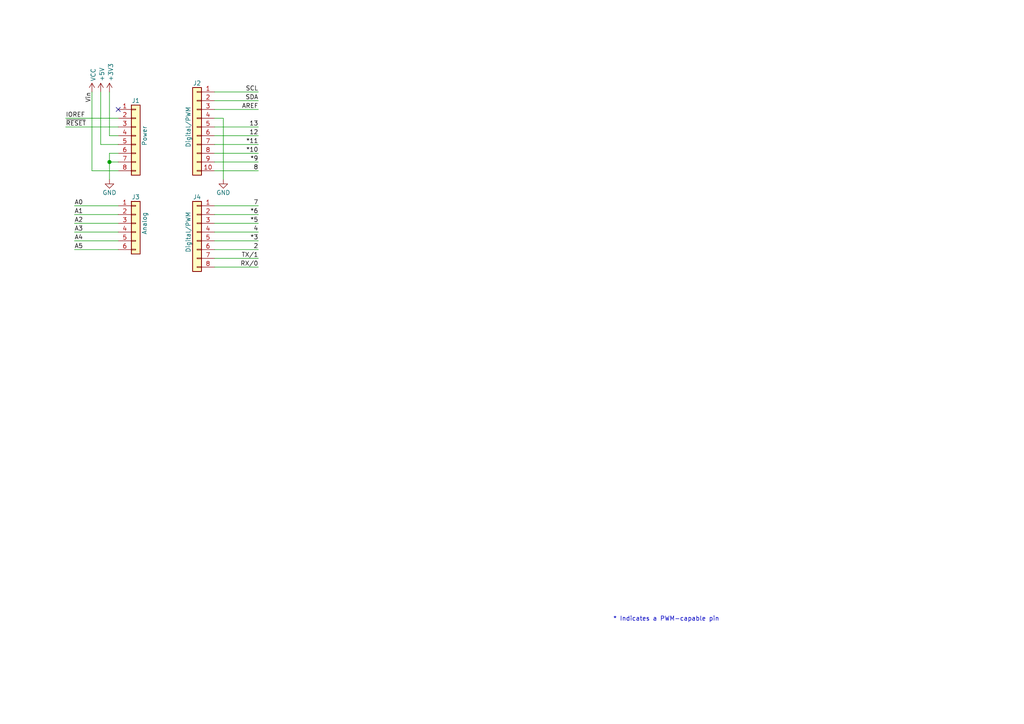
<source format=kicad_sch>
(kicad_sch (version 20231120) (generator "eeschema") (generator_version "8.0")
  (paper "A4")
  (title_block (date "mar. 31 mars 2015"))
  (lib_symbols
    (symbol "Connector_Generic:Conn_01x06" (pin_names (offset 1.016) hide)
      (property "Reference" "J" (at 0 7.62 0))
      (property "Value" "Conn_01x06" (at 0 -10.16 0))
      (symbol "Conn_01x06_1_1"
        (rectangle (start -1.27 -7.493) (end 0 -7.747) (stroke (width 0.1524)))
        (rectangle (start -1.27 -4.953) (end 0 -5.207) (stroke (width 0.1524)))
        (rectangle (start -1.27 -2.413) (end 0 -2.667) (stroke (width 0.1524)))
        (rectangle (start -1.27 0.127) (end 0 -0.127) (stroke (width 0.1524)))
        (rectangle (start -1.27 2.667) (end 0 2.413) (stroke (width 0.1524)))
        (rectangle (start -1.27 5.207) (end 0 4.953) (stroke (width 0.1524)))
        (rectangle (start -1.27 6.35) (end 1.27 -8.89) (stroke (width 0.254)) (fill (type background)))
        (pin passive line (at -5.08 5.08 0) (length 3.81) (name "Pin_1") (number "1"))
        (pin passive line (at -5.08 2.54 0) (length 3.81) (name "Pin_2") (number "2"))
        (pin passive line (at -5.08 0 0) (length 3.81) (name "Pin_3") (number "3"))
        (pin passive line (at -5.08 -2.54 0) (length 3.81) (name "Pin_4") (number "4"))
        (pin passive line (at -5.08 -5.08 0) (length 3.81) (name "Pin_5") (number "5"))
        (pin passive line (at -5.08 -7.62 0) (length 3.81) (name "Pin_6") (number "6"))
      )
    )
    (symbol "Connector_Generic:Conn_01x08" (pin_names (offset 1.016) hide)
      (property "Reference" "J" (at 0 10.16 0))
      (property "Value" "Conn_01x08" (at 0 -12.7 0))
      (symbol "Conn_01x08_1_1"
        (rectangle (start -1.27 -10.033) (end 0 -10.287) (stroke (width 0.1524)))
        (rectangle (start -1.27 -7.493) (end 0 -7.747) (stroke (width 0.1524)))
        (rectangle (start -1.27 -4.953) (end 0 -5.207) (stroke (width 0.1524)))
        (rectangle (start -1.27 -2.413) (end 0 -2.667) (stroke (width 0.1524)))
        (rectangle (start -1.27 0.127) (end 0 -0.127) (stroke (width 0.1524)))
        (rectangle (start -1.27 2.667) (end 0 2.413) (stroke (width 0.1524)))
        (rectangle (start -1.27 5.207) (end 0 4.953) (stroke (width 0.1524)))
        (rectangle (start -1.27 7.747) (end 0 7.493) (stroke (width 0.1524)))
        (rectangle (start -1.27 8.89) (end 1.27 -11.43) (stroke (width 0.254)) (fill (type background)))
        (pin passive line (at -5.08 7.62 0) (length 3.81) (name "Pin_1") (number "1"))
        (pin passive line (at -5.08 5.08 0) (length 3.81) (name "Pin_2") (number "2"))
        (pin passive line (at -5.08 2.54 0) (length 3.81) (name "Pin_3") (number "3"))
        (pin passive line (at -5.08 0 0) (length 3.81) (name "Pin_4") (number "4"))
        (pin passive line (at -5.08 -2.54 0) (length 3.81) (name "Pin_5") (number "5"))
        (pin passive line (at -5.08 -5.08 0) (length 3.81) (name "Pin_6") (number "6"))
        (pin passive line (at -5.08 -7.62 0) (length 3.81) (name "Pin_7") (number "7"))
        (pin passive line (at -5.08 -10.16 0) (length 3.81) (name "Pin_8") (number "8"))
      )
    )
    (symbol "Connector_Generic:Conn_01x10" (pin_names (offset 1.016) hide)
      (property "Reference" "J" (at 0 12.7 0))
      (property "Value" "Conn_01x10" (at 0 -15.24 0))
      (symbol "Conn_01x10_1_1"
        (rectangle (start -1.27 -12.573) (end 0 -12.827) (stroke (width 0.1524)))
        (rectangle (start -1.27 -10.033) (end 0 -10.287) (stroke (width 0.1524)))
        (rectangle (start -1.27 -7.493) (end 0 -7.747) (stroke (width 0.1524)))
        (rectangle (start -1.27 -4.953) (end 0 -5.207) (stroke (width 0.1524)))
        (rectangle (start -1.27 -2.413) (end 0 -2.667) (stroke (width 0.1524)))
        (rectangle (start -1.27 0.127) (end 0 -0.127) (stroke (width 0.1524)))
        (rectangle (start -1.27 2.667) (end 0 2.413) (stroke (width 0.1524)))
        (rectangle (start -1.27 5.207) (end 0 4.953) (stroke (width 0.1524)))
        (rectangle (start -1.27 7.747) (end 0 7.493) (stroke (width 0.1524)))
        (rectangle (start -1.27 10.287) (end 0 10.033) (stroke (width 0.1524)))
        (rectangle (start -1.27 11.43) (end 1.27 -13.97) (stroke (width 0.254)) (fill (type background)))
        (pin passive line (at -5.08 10.16 0) (length 3.81) (name "Pin_1") (number "1"))
        (pin passive line (at -5.08 -12.7 0) (length 3.81) (name "Pin_10") (number "10"))
        (pin passive line (at -5.08 7.62 0) (length 3.81) (name "Pin_2") (number "2"))
        (pin passive line (at -5.08 5.08 0) (length 3.81) (name "Pin_3") (number "3"))
        (pin passive line (at -5.08 2.54 0) (length 3.81) (name "Pin_4") (number "4"))
        (pin passive line (at -5.08 0 0) (length 3.81) (name "Pin_5") (number "5"))
        (pin passive line (at -5.08 -2.54 0) (length 3.81) (name "Pin_6") (number "6"))
        (pin passive line (at -5.08 -5.08 0) (length 3.81) (name "Pin_7") (number "7"))
        (pin passive line (at -5.08 -7.62 0) (length 3.81) (name "Pin_8") (number "8"))
        (pin passive line (at -5.08 -10.16 0) (length 3.81) (name "Pin_9") (number "9"))
      )
    )
    (symbol "power:+3V3" (power) (pin_names (offset 0))
      (property "Value" "+3V3" (at 0 3.556 0))
      (symbol "+3V3_0_1"
        (polyline (pts (xy -0.762 1.27) (xy 0 2.54)))
        (polyline (pts (xy 0 0) (xy 0 2.54)))
        (polyline (pts (xy 0 2.54) (xy 0.762 1.27)))
      )
      (symbol "+3V3_1_1"
        (pin power_in line (at 0 0 90) (length 0) hide (name "+3V3") (number "1"))
      )
    )
    (symbol "power:+5V" (power) (pin_names (offset 0))
      (property "Value" "+5V" (at 0 3.556 0))
      (symbol "+5V_0_1"
        (polyline (pts (xy -0.762 1.27) (xy 0 2.54)))
        (polyline (pts (xy 0 0) (xy 0 2.54)))
        (polyline (pts (xy 0 2.54) (xy 0.762 1.27)))
      )
      (symbol "+5V_1_1"
        (pin power_in line (at 0 0 90) (length 0) hide (name "+5V") (number "1"))
      )
    )
    (symbol "power:GND" (power) (pin_names (offset 0))
      (property "Value" "GND" (at 0 -3.81 0))
      (symbol "GND_0_1"
        (polyline (pts (xy 0 0) (xy 0 -1.27) (xy 1.27 -1.27) (xy 0 -2.54) (xy -1.27 -1.27) (xy 0 -1.27)))
      )
      (symbol "GND_1_1"
        (pin power_in line (at 0 0 270) (length 0) hide (name "GND") (number "1"))
      )
    )
    (symbol "power:VCC" (power) (pin_names (offset 0))
      (property "Value" "VCC" (at 0 3.81 0))
      (symbol "VCC_0_1"
        (polyline (pts (xy -0.762 1.27) (xy 0 2.54)))
        (polyline (pts (xy 0 0) (xy 0 2.54)))
        (polyline (pts (xy 0 2.54) (xy 0.762 1.27)))
      )
      (symbol "VCC_1_1"
        (pin power_in line (at 0 0 90) (length 0) hide (name "VCC") (number "1"))
      )
    )
  )
  (junction (at 31.75 46.99) (diameter 1.016))
  (no_connect (at 34.29 31.75))
  (wire (pts (xy 62.23 77.47) (xy 74.93 77.47)))
  (wire (pts (xy 62.23 44.45) (xy 74.93 44.45)))
  (wire (pts (xy 62.23 26.67) (xy 74.93 26.67)))
  (wire (pts (xy 31.75 44.45) (xy 31.75 46.99)))
  (wire (pts (xy 21.59 72.39) (xy 34.29 72.39)))
  (wire (pts (xy 31.75 46.99) (xy 31.75 52.07)))
  (wire (pts (xy 31.75 39.37) (xy 34.29 39.37)))
  (wire (pts (xy 29.21 41.91) (xy 34.29 41.91)))
  (wire (pts (xy 29.21 26.67) (xy 29.21 41.91)))
  (wire (pts (xy 62.23 36.83) (xy 74.93 36.83)))
  (wire (pts (xy 31.75 26.67) (xy 31.75 39.37)))
  (wire (pts (xy 62.23 59.69) (xy 74.93 59.69)))
  (wire (pts (xy 34.29 59.69) (xy 21.59 59.69)))
  (wire (pts (xy 62.23 39.37) (xy 74.93 39.37)))
  (wire (pts (xy 62.23 62.23) (xy 74.93 62.23)))
  (wire (pts (xy 62.23 46.99) (xy 74.93 46.99)))
  (wire (pts (xy 62.23 67.31) (xy 74.93 67.31)))
  (wire (pts (xy 19.05 34.29) (xy 34.29 34.29)))
  (wire (pts (xy 64.77 34.29) (xy 64.77 52.07)))
  (wire (pts (xy 62.23 31.75) (xy 74.93 31.75)))
  (wire (pts (xy 34.29 64.77) (xy 21.59 64.77)))
  (wire (pts (xy 19.05 36.83) (xy 34.29 36.83)))
  (wire (pts (xy 34.29 46.99) (xy 31.75 46.99)))
  (wire (pts (xy 34.29 49.53) (xy 26.67 49.53)))
  (wire (pts (xy 21.59 62.23) (xy 34.29 62.23)))
  (wire (pts (xy 62.23 34.29) (xy 64.77 34.29)))
  (wire (pts (xy 34.29 44.45) (xy 31.75 44.45)))
  (wire (pts (xy 62.23 41.91) (xy 74.93 41.91)))
  (wire (pts (xy 62.23 64.77) (xy 74.93 64.77)))
  (wire (pts (xy 21.59 67.31) (xy 34.29 67.31)))
  (wire (pts (xy 62.23 29.21) (xy 74.93 29.21)))
  (wire (pts (xy 62.23 72.39) (xy 74.93 72.39)))
  (wire (pts (xy 62.23 69.85) (xy 74.93 69.85)))
  (wire (pts (xy 62.23 74.93) (xy 74.93 74.93)))
  (wire (pts (xy 26.67 49.53) (xy 26.67 26.67)))
  (wire (pts (xy 34.29 69.85) (xy 21.59 69.85)))
  (wire (pts (xy 62.23 49.53) (xy 74.93 49.53)))
  (text "* Indicates a PWM-capable pin" (at 177.8 180.34 0) (effects (font (size 1.27 1.27)) (justify left bottom)))
  (label "RX{slash}0" (at 74.93 77.47 180))
  (label "A2" (at 21.59 64.77 0))
  (label "4" (at 74.93 67.31 180))
  (label "2" (at 74.93 72.39 180))
  (label "A3" (at 21.59 67.31 0))
  (label "13" (at 74.93 36.83 180))
  (label "12" (at 74.93 39.37 180))
  (label "~{RESET}" (at 19.05 36.83 0))
  (label "*10" (at 74.93 44.45 180))
  (label "7" (at 74.93 59.69 180))
  (label "SDA" (at 74.93 29.21 180))
  (label "8" (at 74.93 49.53 180))
  (label "*11" (at 74.93 41.91 180))
  (label "*3" (at 74.93 69.85 180))
  (label "A1" (at 21.59 62.23 0))
  (label "TX{slash}1" (at 74.93 74.93 180))
  (label "A0" (at 21.59 59.69 0))
  (label "AREF" (at 74.93 31.75 180))
  (label "Vin" (at 26.67 26.67 270))
  (label "*6" (at 74.93 62.23 180))
  (label "SCL" (at 74.93 26.67 180))
  (label "*9" (at 74.93 46.99 180))
  (label "*5" (at 74.93 64.77 180))
  (label "IOREF" (at 19.05 34.29 0))
  (label "A4" (at 21.59 69.85 0))
  (label "A5" (at 21.59 72.39 0))
  (symbol (lib_id "Connector_Generic:Conn_01x08") (at 39.37 39.37 0) (unit 1)
    (property "Reference" "J1" (at 39.37 29.21 0))
    (property "Value" "Power" (at 41.91 39.37 90))
    (property "Footprint" "Connector_PinSocket_2.54mm:PinSocket_1x08_P2.54mm_Vertical" (effects (hide yes)))
  )
  (symbol (lib_id "power:+3V3") (at 31.75 26.67 0) (unit 1)
    (property "Reference" "#PWR03" (effects (hide yes)))
    (property "Value" "+3V3" (at 32.131 23.622 90) (effects (justify left)))
  )
  (symbol (lib_id "power:+5V") (at 29.21 26.67 0) (unit 1)
    (property "Reference" "#PWR02" (effects (hide yes)))
    (property "Value" "+5V" (at 29.5656 23.622 90) (effects (justify left)))
  )
  (symbol (lib_id "power:GND") (at 31.75 52.07 0) (unit 1)
    (property "Reference" "#PWR04" (effects (hide yes)))
    (property "Value" "GND" (at 31.75 55.88 0))
  )
  (symbol (lib_id "Connector_Generic:Conn_01x10") (at 57.15 36.83 0) (mirror y) (unit 1)
    (property "Reference" "J2" (at 57.15 24.13 0))
    (property "Value" "Digital/PWM" (at 54.61 36.83 90))
    (property "Footprint" "Connector_PinSocket_2.54mm:PinSocket_1x10_P2.54mm_Vertical" (effects (hide yes)))
  )
  (symbol (lib_id "power:GND") (at 64.77 52.07 0) (unit 1)
    (property "Reference" "#PWR05" (effects (hide yes)))
    (property "Value" "GND" (at 64.77 55.88 0))
  )
  (symbol (lib_id "Connector_Generic:Conn_01x06") (at 39.37 64.77 0) (unit 1)
    (property "Reference" "J3" (at 39.37 57.15 0))
    (property "Value" "Analog" (at 41.91 64.77 90))
    (property "Footprint" "Connector_PinSocket_2.54mm:PinSocket_1x06_P2.54mm_Vertical" (effects (hide yes)))
  )
  (symbol (lib_id "Connector_Generic:Conn_01x08") (at 57.15 67.31 0) (mirror y) (unit 1)
    (property "Reference" "J4" (at 57.15 57.15 0))
    (property "Value" "Digital/PWM" (at 54.61 67.31 90))
    (property "Footprint" "Connector_PinSocket_2.54mm:PinSocket_1x08_P2.54mm_Vertical" (effects (hide yes)))
  )
  (symbol (lib_id "power:VCC") (at 26.67 26.67 0) (unit 1)
    (property "Reference" "#PWR01" (effects (hide yes)))
    (property "Value" "VCC" (at 27.051 23.622 90) (effects (justify left)))
  )
)
</source>
